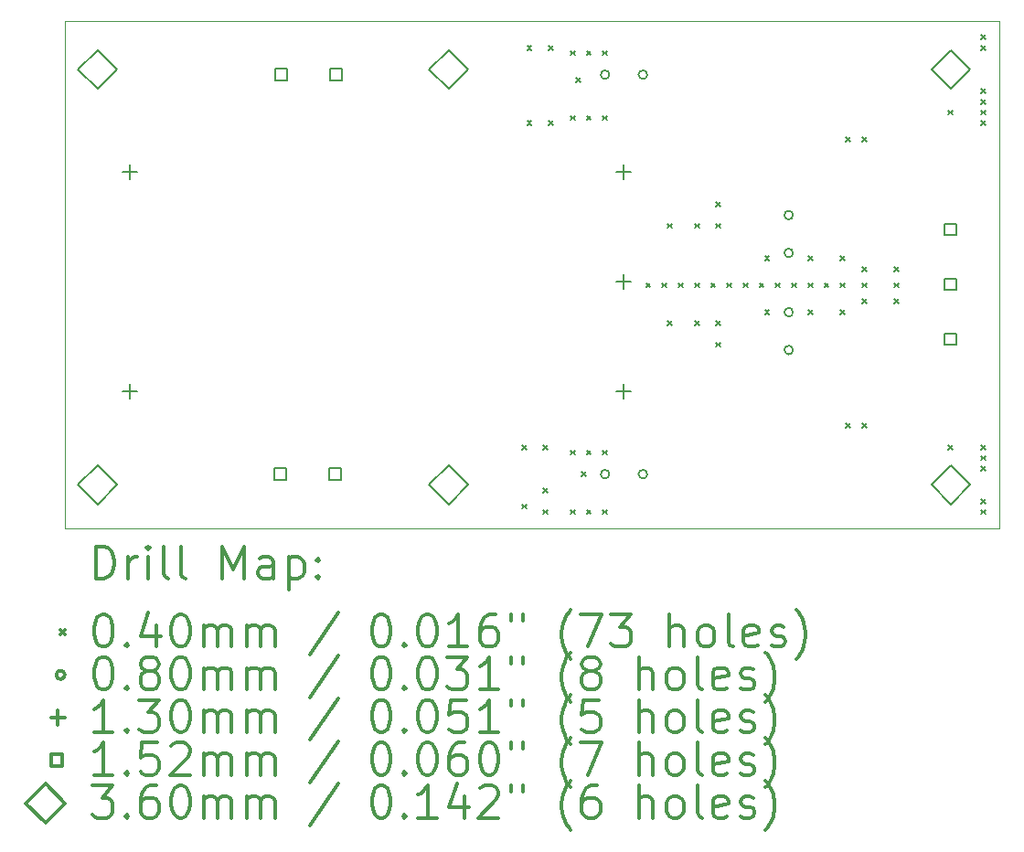
<source format=gbr>
%FSLAX45Y45*%
G04 Gerber Fmt 4.5, Leading zero omitted, Abs format (unit mm)*
G04 Created by KiCad (PCBNEW (5.1.4)-1) date 2021-06-03 13:44:48*
%MOMM*%
%LPD*%
G04 APERTURE LIST*
%ADD10C,0.050000*%
%ADD11C,0.200000*%
%ADD12C,0.300000*%
G04 APERTURE END LIST*
D10*
X12950000Y-11400000D02*
X4300000Y-11400000D01*
X12950000Y-6700000D02*
X12950000Y-11400000D01*
X4300000Y-6700000D02*
X4300000Y-11400000D01*
X12950000Y-6700000D02*
X4300000Y-6700000D01*
D11*
X8530000Y-10630000D02*
X8570000Y-10670000D01*
X8570000Y-10630000D02*
X8530000Y-10670000D01*
X8530000Y-11180000D02*
X8570000Y-11220000D01*
X8570000Y-11180000D02*
X8530000Y-11220000D01*
X8580000Y-6930000D02*
X8620000Y-6970000D01*
X8620000Y-6930000D02*
X8580000Y-6970000D01*
X8580000Y-7630000D02*
X8620000Y-7670000D01*
X8620000Y-7630000D02*
X8580000Y-7670000D01*
X8730000Y-10630000D02*
X8770000Y-10670000D01*
X8770000Y-10630000D02*
X8730000Y-10670000D01*
X8730000Y-11030000D02*
X8770000Y-11070000D01*
X8770000Y-11030000D02*
X8730000Y-11070000D01*
X8730000Y-11230000D02*
X8770000Y-11270000D01*
X8770000Y-11230000D02*
X8730000Y-11270000D01*
X8780000Y-6930000D02*
X8820000Y-6970000D01*
X8820000Y-6930000D02*
X8780000Y-6970000D01*
X8780000Y-7630000D02*
X8820000Y-7670000D01*
X8820000Y-7630000D02*
X8780000Y-7670000D01*
X8980000Y-6980000D02*
X9020000Y-7020000D01*
X9020000Y-6980000D02*
X8980000Y-7020000D01*
X8980000Y-7580000D02*
X9020000Y-7620000D01*
X9020000Y-7580000D02*
X8980000Y-7620000D01*
X8980000Y-10680000D02*
X9020000Y-10720000D01*
X9020000Y-10680000D02*
X8980000Y-10720000D01*
X8980000Y-11230000D02*
X9020000Y-11270000D01*
X9020000Y-11230000D02*
X8980000Y-11270000D01*
X9030000Y-7230000D02*
X9070000Y-7270000D01*
X9070000Y-7230000D02*
X9030000Y-7270000D01*
X9080000Y-10880000D02*
X9120000Y-10920000D01*
X9120000Y-10880000D02*
X9080000Y-10920000D01*
X9130000Y-6980000D02*
X9170000Y-7020000D01*
X9170000Y-6980000D02*
X9130000Y-7020000D01*
X9130000Y-7580000D02*
X9170000Y-7620000D01*
X9170000Y-7580000D02*
X9130000Y-7620000D01*
X9130000Y-10680000D02*
X9170000Y-10720000D01*
X9170000Y-10680000D02*
X9130000Y-10720000D01*
X9130000Y-11230000D02*
X9170000Y-11270000D01*
X9170000Y-11230000D02*
X9130000Y-11270000D01*
X9280000Y-6980000D02*
X9320000Y-7020000D01*
X9320000Y-6980000D02*
X9280000Y-7020000D01*
X9280000Y-7580000D02*
X9320000Y-7620000D01*
X9320000Y-7580000D02*
X9280000Y-7620000D01*
X9280000Y-10680000D02*
X9320000Y-10720000D01*
X9320000Y-10680000D02*
X9280000Y-10720000D01*
X9280000Y-11230000D02*
X9320000Y-11270000D01*
X9320000Y-11230000D02*
X9280000Y-11270000D01*
X9680000Y-9130000D02*
X9720000Y-9170000D01*
X9720000Y-9130000D02*
X9680000Y-9170000D01*
X9830000Y-9130000D02*
X9870000Y-9170000D01*
X9870000Y-9130000D02*
X9830000Y-9170000D01*
X9880000Y-8580000D02*
X9920000Y-8620000D01*
X9920000Y-8580000D02*
X9880000Y-8620000D01*
X9880000Y-9480000D02*
X9920000Y-9520000D01*
X9920000Y-9480000D02*
X9880000Y-9520000D01*
X9980000Y-9130000D02*
X10020000Y-9170000D01*
X10020000Y-9130000D02*
X9980000Y-9170000D01*
X10130000Y-8580000D02*
X10170000Y-8620000D01*
X10170000Y-8580000D02*
X10130000Y-8620000D01*
X10130000Y-9130000D02*
X10170000Y-9170000D01*
X10170000Y-9130000D02*
X10130000Y-9170000D01*
X10130000Y-9480000D02*
X10170000Y-9520000D01*
X10170000Y-9480000D02*
X10130000Y-9520000D01*
X10280000Y-9130000D02*
X10320000Y-9170000D01*
X10320000Y-9130000D02*
X10280000Y-9170000D01*
X10330000Y-8380000D02*
X10370000Y-8420000D01*
X10370000Y-8380000D02*
X10330000Y-8420000D01*
X10330000Y-8580000D02*
X10370000Y-8620000D01*
X10370000Y-8580000D02*
X10330000Y-8620000D01*
X10330000Y-9480000D02*
X10370000Y-9520000D01*
X10370000Y-9480000D02*
X10330000Y-9520000D01*
X10330000Y-9680000D02*
X10370000Y-9720000D01*
X10370000Y-9680000D02*
X10330000Y-9720000D01*
X10430000Y-9130000D02*
X10470000Y-9170000D01*
X10470000Y-9130000D02*
X10430000Y-9170000D01*
X10580000Y-9130000D02*
X10620000Y-9170000D01*
X10620000Y-9130000D02*
X10580000Y-9170000D01*
X10730000Y-9130000D02*
X10770000Y-9170000D01*
X10770000Y-9130000D02*
X10730000Y-9170000D01*
X10780000Y-8880000D02*
X10820000Y-8920000D01*
X10820000Y-8880000D02*
X10780000Y-8920000D01*
X10780000Y-9380000D02*
X10820000Y-9420000D01*
X10820000Y-9380000D02*
X10780000Y-9420000D01*
X10880000Y-9130000D02*
X10920000Y-9170000D01*
X10920000Y-9130000D02*
X10880000Y-9170000D01*
X11030000Y-9130000D02*
X11070000Y-9170000D01*
X11070000Y-9130000D02*
X11030000Y-9170000D01*
X11180000Y-8880000D02*
X11220000Y-8920000D01*
X11220000Y-8880000D02*
X11180000Y-8920000D01*
X11180000Y-9130000D02*
X11220000Y-9170000D01*
X11220000Y-9130000D02*
X11180000Y-9170000D01*
X11180000Y-9380000D02*
X11220000Y-9420000D01*
X11220000Y-9380000D02*
X11180000Y-9420000D01*
X11330000Y-9130000D02*
X11370000Y-9170000D01*
X11370000Y-9130000D02*
X11330000Y-9170000D01*
X11480000Y-8880000D02*
X11520000Y-8920000D01*
X11520000Y-8880000D02*
X11480000Y-8920000D01*
X11480000Y-9130000D02*
X11520000Y-9170000D01*
X11520000Y-9130000D02*
X11480000Y-9170000D01*
X11480000Y-9380000D02*
X11520000Y-9420000D01*
X11520000Y-9380000D02*
X11480000Y-9420000D01*
X11530000Y-7780000D02*
X11570000Y-7820000D01*
X11570000Y-7780000D02*
X11530000Y-7820000D01*
X11530000Y-10430000D02*
X11570000Y-10470000D01*
X11570000Y-10430000D02*
X11530000Y-10470000D01*
X11680000Y-7780000D02*
X11720000Y-7820000D01*
X11720000Y-7780000D02*
X11680000Y-7820000D01*
X11680000Y-8980000D02*
X11720000Y-9020000D01*
X11720000Y-8980000D02*
X11680000Y-9020000D01*
X11680000Y-9130000D02*
X11720000Y-9170000D01*
X11720000Y-9130000D02*
X11680000Y-9170000D01*
X11680000Y-9280000D02*
X11720000Y-9320000D01*
X11720000Y-9280000D02*
X11680000Y-9320000D01*
X11680000Y-10430000D02*
X11720000Y-10470000D01*
X11720000Y-10430000D02*
X11680000Y-10470000D01*
X11980000Y-8980000D02*
X12020000Y-9020000D01*
X12020000Y-8980000D02*
X11980000Y-9020000D01*
X11980000Y-9130000D02*
X12020000Y-9170000D01*
X12020000Y-9130000D02*
X11980000Y-9170000D01*
X11980000Y-9280000D02*
X12020000Y-9320000D01*
X12020000Y-9280000D02*
X11980000Y-9320000D01*
X12480000Y-7530000D02*
X12520000Y-7570000D01*
X12520000Y-7530000D02*
X12480000Y-7570000D01*
X12480000Y-10630000D02*
X12520000Y-10670000D01*
X12520000Y-10630000D02*
X12480000Y-10670000D01*
X12780000Y-6830000D02*
X12820000Y-6870000D01*
X12820000Y-6830000D02*
X12780000Y-6870000D01*
X12780000Y-6930000D02*
X12820000Y-6970000D01*
X12820000Y-6930000D02*
X12780000Y-6970000D01*
X12780000Y-7330000D02*
X12820000Y-7370000D01*
X12820000Y-7330000D02*
X12780000Y-7370000D01*
X12780000Y-7430000D02*
X12820000Y-7470000D01*
X12820000Y-7430000D02*
X12780000Y-7470000D01*
X12780000Y-7530000D02*
X12820000Y-7570000D01*
X12820000Y-7530000D02*
X12780000Y-7570000D01*
X12780000Y-7630000D02*
X12820000Y-7670000D01*
X12820000Y-7630000D02*
X12780000Y-7670000D01*
X12780000Y-10630000D02*
X12820000Y-10670000D01*
X12820000Y-10630000D02*
X12780000Y-10670000D01*
X12780000Y-10730000D02*
X12820000Y-10770000D01*
X12820000Y-10730000D02*
X12780000Y-10770000D01*
X12780000Y-10830000D02*
X12820000Y-10870000D01*
X12820000Y-10830000D02*
X12780000Y-10870000D01*
X12780000Y-11130000D02*
X12820000Y-11170000D01*
X12820000Y-11130000D02*
X12780000Y-11170000D01*
X12780000Y-11230000D02*
X12820000Y-11270000D01*
X12820000Y-11230000D02*
X12780000Y-11270000D01*
X11040000Y-9400000D02*
G75*
G03X11040000Y-9400000I-40000J0D01*
G01*
X11040000Y-9750000D02*
G75*
G03X11040000Y-9750000I-40000J0D01*
G01*
X9340000Y-7200000D02*
G75*
G03X9340000Y-7200000I-40000J0D01*
G01*
X9690000Y-7200000D02*
G75*
G03X9690000Y-7200000I-40000J0D01*
G01*
X9340000Y-10900000D02*
G75*
G03X9340000Y-10900000I-40000J0D01*
G01*
X9690000Y-10900000D02*
G75*
G03X9690000Y-10900000I-40000J0D01*
G01*
X11040000Y-8500000D02*
G75*
G03X11040000Y-8500000I-40000J0D01*
G01*
X11040000Y-8850000D02*
G75*
G03X11040000Y-8850000I-40000J0D01*
G01*
X4900000Y-8035000D02*
X4900000Y-8165000D01*
X4835000Y-8100000D02*
X4965000Y-8100000D01*
X4900000Y-10067000D02*
X4900000Y-10197000D01*
X4835000Y-10132000D02*
X4965000Y-10132000D01*
X9472000Y-8035000D02*
X9472000Y-8165000D01*
X9407000Y-8100000D02*
X9537000Y-8100000D01*
X9472000Y-9051000D02*
X9472000Y-9181000D01*
X9407000Y-9116000D02*
X9537000Y-9116000D01*
X9472000Y-10067000D02*
X9472000Y-10197000D01*
X9407000Y-10132000D02*
X9537000Y-10132000D01*
X6345741Y-10953741D02*
X6345741Y-10846259D01*
X6238259Y-10846259D01*
X6238259Y-10953741D01*
X6345741Y-10953741D01*
X6853741Y-10953741D02*
X6853741Y-10846259D01*
X6746259Y-10846259D01*
X6746259Y-10953741D01*
X6853741Y-10953741D01*
X12553741Y-8687741D02*
X12553741Y-8580259D01*
X12446259Y-8580259D01*
X12446259Y-8687741D01*
X12553741Y-8687741D01*
X12553741Y-9195741D02*
X12553741Y-9088259D01*
X12446259Y-9088259D01*
X12446259Y-9195741D01*
X12553741Y-9195741D01*
X12553741Y-9703741D02*
X12553741Y-9596259D01*
X12446259Y-9596259D01*
X12446259Y-9703741D01*
X12553741Y-9703741D01*
X6353741Y-7253741D02*
X6353741Y-7146259D01*
X6246259Y-7146259D01*
X6246259Y-7253741D01*
X6353741Y-7253741D01*
X6861741Y-7253741D02*
X6861741Y-7146259D01*
X6754259Y-7146259D01*
X6754259Y-7253741D01*
X6861741Y-7253741D01*
X4600000Y-7330000D02*
X4780000Y-7150000D01*
X4600000Y-6970000D01*
X4420000Y-7150000D01*
X4600000Y-7330000D01*
X4600000Y-11180000D02*
X4780000Y-11000000D01*
X4600000Y-10820000D01*
X4420000Y-11000000D01*
X4600000Y-11180000D01*
X7850000Y-7330000D02*
X8030000Y-7150000D01*
X7850000Y-6970000D01*
X7670000Y-7150000D01*
X7850000Y-7330000D01*
X7850000Y-11180000D02*
X8030000Y-11000000D01*
X7850000Y-10820000D01*
X7670000Y-11000000D01*
X7850000Y-11180000D01*
X12500000Y-7330000D02*
X12680000Y-7150000D01*
X12500000Y-6970000D01*
X12320000Y-7150000D01*
X12500000Y-7330000D01*
X12500000Y-11180000D02*
X12680000Y-11000000D01*
X12500000Y-10820000D01*
X12320000Y-11000000D01*
X12500000Y-11180000D01*
D12*
X4583928Y-11868214D02*
X4583928Y-11568214D01*
X4655357Y-11568214D01*
X4698214Y-11582500D01*
X4726786Y-11611071D01*
X4741071Y-11639643D01*
X4755357Y-11696786D01*
X4755357Y-11739643D01*
X4741071Y-11796786D01*
X4726786Y-11825357D01*
X4698214Y-11853929D01*
X4655357Y-11868214D01*
X4583928Y-11868214D01*
X4883928Y-11868214D02*
X4883928Y-11668214D01*
X4883928Y-11725357D02*
X4898214Y-11696786D01*
X4912500Y-11682500D01*
X4941071Y-11668214D01*
X4969643Y-11668214D01*
X5069643Y-11868214D02*
X5069643Y-11668214D01*
X5069643Y-11568214D02*
X5055357Y-11582500D01*
X5069643Y-11596786D01*
X5083928Y-11582500D01*
X5069643Y-11568214D01*
X5069643Y-11596786D01*
X5255357Y-11868214D02*
X5226786Y-11853929D01*
X5212500Y-11825357D01*
X5212500Y-11568214D01*
X5412500Y-11868214D02*
X5383928Y-11853929D01*
X5369643Y-11825357D01*
X5369643Y-11568214D01*
X5755357Y-11868214D02*
X5755357Y-11568214D01*
X5855357Y-11782500D01*
X5955357Y-11568214D01*
X5955357Y-11868214D01*
X6226786Y-11868214D02*
X6226786Y-11711071D01*
X6212500Y-11682500D01*
X6183928Y-11668214D01*
X6126786Y-11668214D01*
X6098214Y-11682500D01*
X6226786Y-11853929D02*
X6198214Y-11868214D01*
X6126786Y-11868214D01*
X6098214Y-11853929D01*
X6083928Y-11825357D01*
X6083928Y-11796786D01*
X6098214Y-11768214D01*
X6126786Y-11753929D01*
X6198214Y-11753929D01*
X6226786Y-11739643D01*
X6369643Y-11668214D02*
X6369643Y-11968214D01*
X6369643Y-11682500D02*
X6398214Y-11668214D01*
X6455357Y-11668214D01*
X6483928Y-11682500D01*
X6498214Y-11696786D01*
X6512500Y-11725357D01*
X6512500Y-11811071D01*
X6498214Y-11839643D01*
X6483928Y-11853929D01*
X6455357Y-11868214D01*
X6398214Y-11868214D01*
X6369643Y-11853929D01*
X6641071Y-11839643D02*
X6655357Y-11853929D01*
X6641071Y-11868214D01*
X6626786Y-11853929D01*
X6641071Y-11839643D01*
X6641071Y-11868214D01*
X6641071Y-11682500D02*
X6655357Y-11696786D01*
X6641071Y-11711071D01*
X6626786Y-11696786D01*
X6641071Y-11682500D01*
X6641071Y-11711071D01*
X4257500Y-12342500D02*
X4297500Y-12382500D01*
X4297500Y-12342500D02*
X4257500Y-12382500D01*
X4641071Y-12198214D02*
X4669643Y-12198214D01*
X4698214Y-12212500D01*
X4712500Y-12226786D01*
X4726786Y-12255357D01*
X4741071Y-12312500D01*
X4741071Y-12383929D01*
X4726786Y-12441071D01*
X4712500Y-12469643D01*
X4698214Y-12483929D01*
X4669643Y-12498214D01*
X4641071Y-12498214D01*
X4612500Y-12483929D01*
X4598214Y-12469643D01*
X4583928Y-12441071D01*
X4569643Y-12383929D01*
X4569643Y-12312500D01*
X4583928Y-12255357D01*
X4598214Y-12226786D01*
X4612500Y-12212500D01*
X4641071Y-12198214D01*
X4869643Y-12469643D02*
X4883928Y-12483929D01*
X4869643Y-12498214D01*
X4855357Y-12483929D01*
X4869643Y-12469643D01*
X4869643Y-12498214D01*
X5141071Y-12298214D02*
X5141071Y-12498214D01*
X5069643Y-12183929D02*
X4998214Y-12398214D01*
X5183928Y-12398214D01*
X5355357Y-12198214D02*
X5383928Y-12198214D01*
X5412500Y-12212500D01*
X5426786Y-12226786D01*
X5441071Y-12255357D01*
X5455357Y-12312500D01*
X5455357Y-12383929D01*
X5441071Y-12441071D01*
X5426786Y-12469643D01*
X5412500Y-12483929D01*
X5383928Y-12498214D01*
X5355357Y-12498214D01*
X5326786Y-12483929D01*
X5312500Y-12469643D01*
X5298214Y-12441071D01*
X5283928Y-12383929D01*
X5283928Y-12312500D01*
X5298214Y-12255357D01*
X5312500Y-12226786D01*
X5326786Y-12212500D01*
X5355357Y-12198214D01*
X5583928Y-12498214D02*
X5583928Y-12298214D01*
X5583928Y-12326786D02*
X5598214Y-12312500D01*
X5626786Y-12298214D01*
X5669643Y-12298214D01*
X5698214Y-12312500D01*
X5712500Y-12341071D01*
X5712500Y-12498214D01*
X5712500Y-12341071D02*
X5726786Y-12312500D01*
X5755357Y-12298214D01*
X5798214Y-12298214D01*
X5826786Y-12312500D01*
X5841071Y-12341071D01*
X5841071Y-12498214D01*
X5983928Y-12498214D02*
X5983928Y-12298214D01*
X5983928Y-12326786D02*
X5998214Y-12312500D01*
X6026786Y-12298214D01*
X6069643Y-12298214D01*
X6098214Y-12312500D01*
X6112500Y-12341071D01*
X6112500Y-12498214D01*
X6112500Y-12341071D02*
X6126786Y-12312500D01*
X6155357Y-12298214D01*
X6198214Y-12298214D01*
X6226786Y-12312500D01*
X6241071Y-12341071D01*
X6241071Y-12498214D01*
X6826786Y-12183929D02*
X6569643Y-12569643D01*
X7212500Y-12198214D02*
X7241071Y-12198214D01*
X7269643Y-12212500D01*
X7283928Y-12226786D01*
X7298214Y-12255357D01*
X7312500Y-12312500D01*
X7312500Y-12383929D01*
X7298214Y-12441071D01*
X7283928Y-12469643D01*
X7269643Y-12483929D01*
X7241071Y-12498214D01*
X7212500Y-12498214D01*
X7183928Y-12483929D01*
X7169643Y-12469643D01*
X7155357Y-12441071D01*
X7141071Y-12383929D01*
X7141071Y-12312500D01*
X7155357Y-12255357D01*
X7169643Y-12226786D01*
X7183928Y-12212500D01*
X7212500Y-12198214D01*
X7441071Y-12469643D02*
X7455357Y-12483929D01*
X7441071Y-12498214D01*
X7426786Y-12483929D01*
X7441071Y-12469643D01*
X7441071Y-12498214D01*
X7641071Y-12198214D02*
X7669643Y-12198214D01*
X7698214Y-12212500D01*
X7712500Y-12226786D01*
X7726786Y-12255357D01*
X7741071Y-12312500D01*
X7741071Y-12383929D01*
X7726786Y-12441071D01*
X7712500Y-12469643D01*
X7698214Y-12483929D01*
X7669643Y-12498214D01*
X7641071Y-12498214D01*
X7612500Y-12483929D01*
X7598214Y-12469643D01*
X7583928Y-12441071D01*
X7569643Y-12383929D01*
X7569643Y-12312500D01*
X7583928Y-12255357D01*
X7598214Y-12226786D01*
X7612500Y-12212500D01*
X7641071Y-12198214D01*
X8026786Y-12498214D02*
X7855357Y-12498214D01*
X7941071Y-12498214D02*
X7941071Y-12198214D01*
X7912500Y-12241071D01*
X7883928Y-12269643D01*
X7855357Y-12283929D01*
X8283928Y-12198214D02*
X8226786Y-12198214D01*
X8198214Y-12212500D01*
X8183928Y-12226786D01*
X8155357Y-12269643D01*
X8141071Y-12326786D01*
X8141071Y-12441071D01*
X8155357Y-12469643D01*
X8169643Y-12483929D01*
X8198214Y-12498214D01*
X8255357Y-12498214D01*
X8283928Y-12483929D01*
X8298214Y-12469643D01*
X8312500Y-12441071D01*
X8312500Y-12369643D01*
X8298214Y-12341071D01*
X8283928Y-12326786D01*
X8255357Y-12312500D01*
X8198214Y-12312500D01*
X8169643Y-12326786D01*
X8155357Y-12341071D01*
X8141071Y-12369643D01*
X8426786Y-12198214D02*
X8426786Y-12255357D01*
X8541071Y-12198214D02*
X8541071Y-12255357D01*
X8983928Y-12612500D02*
X8969643Y-12598214D01*
X8941071Y-12555357D01*
X8926786Y-12526786D01*
X8912500Y-12483929D01*
X8898214Y-12412500D01*
X8898214Y-12355357D01*
X8912500Y-12283929D01*
X8926786Y-12241071D01*
X8941071Y-12212500D01*
X8969643Y-12169643D01*
X8983928Y-12155357D01*
X9069643Y-12198214D02*
X9269643Y-12198214D01*
X9141071Y-12498214D01*
X9355357Y-12198214D02*
X9541071Y-12198214D01*
X9441071Y-12312500D01*
X9483928Y-12312500D01*
X9512500Y-12326786D01*
X9526786Y-12341071D01*
X9541071Y-12369643D01*
X9541071Y-12441071D01*
X9526786Y-12469643D01*
X9512500Y-12483929D01*
X9483928Y-12498214D01*
X9398214Y-12498214D01*
X9369643Y-12483929D01*
X9355357Y-12469643D01*
X9898214Y-12498214D02*
X9898214Y-12198214D01*
X10026786Y-12498214D02*
X10026786Y-12341071D01*
X10012500Y-12312500D01*
X9983928Y-12298214D01*
X9941071Y-12298214D01*
X9912500Y-12312500D01*
X9898214Y-12326786D01*
X10212500Y-12498214D02*
X10183928Y-12483929D01*
X10169643Y-12469643D01*
X10155357Y-12441071D01*
X10155357Y-12355357D01*
X10169643Y-12326786D01*
X10183928Y-12312500D01*
X10212500Y-12298214D01*
X10255357Y-12298214D01*
X10283928Y-12312500D01*
X10298214Y-12326786D01*
X10312500Y-12355357D01*
X10312500Y-12441071D01*
X10298214Y-12469643D01*
X10283928Y-12483929D01*
X10255357Y-12498214D01*
X10212500Y-12498214D01*
X10483928Y-12498214D02*
X10455357Y-12483929D01*
X10441071Y-12455357D01*
X10441071Y-12198214D01*
X10712500Y-12483929D02*
X10683928Y-12498214D01*
X10626786Y-12498214D01*
X10598214Y-12483929D01*
X10583928Y-12455357D01*
X10583928Y-12341071D01*
X10598214Y-12312500D01*
X10626786Y-12298214D01*
X10683928Y-12298214D01*
X10712500Y-12312500D01*
X10726786Y-12341071D01*
X10726786Y-12369643D01*
X10583928Y-12398214D01*
X10841071Y-12483929D02*
X10869643Y-12498214D01*
X10926786Y-12498214D01*
X10955357Y-12483929D01*
X10969643Y-12455357D01*
X10969643Y-12441071D01*
X10955357Y-12412500D01*
X10926786Y-12398214D01*
X10883928Y-12398214D01*
X10855357Y-12383929D01*
X10841071Y-12355357D01*
X10841071Y-12341071D01*
X10855357Y-12312500D01*
X10883928Y-12298214D01*
X10926786Y-12298214D01*
X10955357Y-12312500D01*
X11069643Y-12612500D02*
X11083928Y-12598214D01*
X11112500Y-12555357D01*
X11126786Y-12526786D01*
X11141071Y-12483929D01*
X11155357Y-12412500D01*
X11155357Y-12355357D01*
X11141071Y-12283929D01*
X11126786Y-12241071D01*
X11112500Y-12212500D01*
X11083928Y-12169643D01*
X11069643Y-12155357D01*
X4297500Y-12758500D02*
G75*
G03X4297500Y-12758500I-40000J0D01*
G01*
X4641071Y-12594214D02*
X4669643Y-12594214D01*
X4698214Y-12608500D01*
X4712500Y-12622786D01*
X4726786Y-12651357D01*
X4741071Y-12708500D01*
X4741071Y-12779929D01*
X4726786Y-12837071D01*
X4712500Y-12865643D01*
X4698214Y-12879929D01*
X4669643Y-12894214D01*
X4641071Y-12894214D01*
X4612500Y-12879929D01*
X4598214Y-12865643D01*
X4583928Y-12837071D01*
X4569643Y-12779929D01*
X4569643Y-12708500D01*
X4583928Y-12651357D01*
X4598214Y-12622786D01*
X4612500Y-12608500D01*
X4641071Y-12594214D01*
X4869643Y-12865643D02*
X4883928Y-12879929D01*
X4869643Y-12894214D01*
X4855357Y-12879929D01*
X4869643Y-12865643D01*
X4869643Y-12894214D01*
X5055357Y-12722786D02*
X5026786Y-12708500D01*
X5012500Y-12694214D01*
X4998214Y-12665643D01*
X4998214Y-12651357D01*
X5012500Y-12622786D01*
X5026786Y-12608500D01*
X5055357Y-12594214D01*
X5112500Y-12594214D01*
X5141071Y-12608500D01*
X5155357Y-12622786D01*
X5169643Y-12651357D01*
X5169643Y-12665643D01*
X5155357Y-12694214D01*
X5141071Y-12708500D01*
X5112500Y-12722786D01*
X5055357Y-12722786D01*
X5026786Y-12737071D01*
X5012500Y-12751357D01*
X4998214Y-12779929D01*
X4998214Y-12837071D01*
X5012500Y-12865643D01*
X5026786Y-12879929D01*
X5055357Y-12894214D01*
X5112500Y-12894214D01*
X5141071Y-12879929D01*
X5155357Y-12865643D01*
X5169643Y-12837071D01*
X5169643Y-12779929D01*
X5155357Y-12751357D01*
X5141071Y-12737071D01*
X5112500Y-12722786D01*
X5355357Y-12594214D02*
X5383928Y-12594214D01*
X5412500Y-12608500D01*
X5426786Y-12622786D01*
X5441071Y-12651357D01*
X5455357Y-12708500D01*
X5455357Y-12779929D01*
X5441071Y-12837071D01*
X5426786Y-12865643D01*
X5412500Y-12879929D01*
X5383928Y-12894214D01*
X5355357Y-12894214D01*
X5326786Y-12879929D01*
X5312500Y-12865643D01*
X5298214Y-12837071D01*
X5283928Y-12779929D01*
X5283928Y-12708500D01*
X5298214Y-12651357D01*
X5312500Y-12622786D01*
X5326786Y-12608500D01*
X5355357Y-12594214D01*
X5583928Y-12894214D02*
X5583928Y-12694214D01*
X5583928Y-12722786D02*
X5598214Y-12708500D01*
X5626786Y-12694214D01*
X5669643Y-12694214D01*
X5698214Y-12708500D01*
X5712500Y-12737071D01*
X5712500Y-12894214D01*
X5712500Y-12737071D02*
X5726786Y-12708500D01*
X5755357Y-12694214D01*
X5798214Y-12694214D01*
X5826786Y-12708500D01*
X5841071Y-12737071D01*
X5841071Y-12894214D01*
X5983928Y-12894214D02*
X5983928Y-12694214D01*
X5983928Y-12722786D02*
X5998214Y-12708500D01*
X6026786Y-12694214D01*
X6069643Y-12694214D01*
X6098214Y-12708500D01*
X6112500Y-12737071D01*
X6112500Y-12894214D01*
X6112500Y-12737071D02*
X6126786Y-12708500D01*
X6155357Y-12694214D01*
X6198214Y-12694214D01*
X6226786Y-12708500D01*
X6241071Y-12737071D01*
X6241071Y-12894214D01*
X6826786Y-12579929D02*
X6569643Y-12965643D01*
X7212500Y-12594214D02*
X7241071Y-12594214D01*
X7269643Y-12608500D01*
X7283928Y-12622786D01*
X7298214Y-12651357D01*
X7312500Y-12708500D01*
X7312500Y-12779929D01*
X7298214Y-12837071D01*
X7283928Y-12865643D01*
X7269643Y-12879929D01*
X7241071Y-12894214D01*
X7212500Y-12894214D01*
X7183928Y-12879929D01*
X7169643Y-12865643D01*
X7155357Y-12837071D01*
X7141071Y-12779929D01*
X7141071Y-12708500D01*
X7155357Y-12651357D01*
X7169643Y-12622786D01*
X7183928Y-12608500D01*
X7212500Y-12594214D01*
X7441071Y-12865643D02*
X7455357Y-12879929D01*
X7441071Y-12894214D01*
X7426786Y-12879929D01*
X7441071Y-12865643D01*
X7441071Y-12894214D01*
X7641071Y-12594214D02*
X7669643Y-12594214D01*
X7698214Y-12608500D01*
X7712500Y-12622786D01*
X7726786Y-12651357D01*
X7741071Y-12708500D01*
X7741071Y-12779929D01*
X7726786Y-12837071D01*
X7712500Y-12865643D01*
X7698214Y-12879929D01*
X7669643Y-12894214D01*
X7641071Y-12894214D01*
X7612500Y-12879929D01*
X7598214Y-12865643D01*
X7583928Y-12837071D01*
X7569643Y-12779929D01*
X7569643Y-12708500D01*
X7583928Y-12651357D01*
X7598214Y-12622786D01*
X7612500Y-12608500D01*
X7641071Y-12594214D01*
X7841071Y-12594214D02*
X8026786Y-12594214D01*
X7926786Y-12708500D01*
X7969643Y-12708500D01*
X7998214Y-12722786D01*
X8012500Y-12737071D01*
X8026786Y-12765643D01*
X8026786Y-12837071D01*
X8012500Y-12865643D01*
X7998214Y-12879929D01*
X7969643Y-12894214D01*
X7883928Y-12894214D01*
X7855357Y-12879929D01*
X7841071Y-12865643D01*
X8312500Y-12894214D02*
X8141071Y-12894214D01*
X8226786Y-12894214D02*
X8226786Y-12594214D01*
X8198214Y-12637071D01*
X8169643Y-12665643D01*
X8141071Y-12679929D01*
X8426786Y-12594214D02*
X8426786Y-12651357D01*
X8541071Y-12594214D02*
X8541071Y-12651357D01*
X8983928Y-13008500D02*
X8969643Y-12994214D01*
X8941071Y-12951357D01*
X8926786Y-12922786D01*
X8912500Y-12879929D01*
X8898214Y-12808500D01*
X8898214Y-12751357D01*
X8912500Y-12679929D01*
X8926786Y-12637071D01*
X8941071Y-12608500D01*
X8969643Y-12565643D01*
X8983928Y-12551357D01*
X9141071Y-12722786D02*
X9112500Y-12708500D01*
X9098214Y-12694214D01*
X9083928Y-12665643D01*
X9083928Y-12651357D01*
X9098214Y-12622786D01*
X9112500Y-12608500D01*
X9141071Y-12594214D01*
X9198214Y-12594214D01*
X9226786Y-12608500D01*
X9241071Y-12622786D01*
X9255357Y-12651357D01*
X9255357Y-12665643D01*
X9241071Y-12694214D01*
X9226786Y-12708500D01*
X9198214Y-12722786D01*
X9141071Y-12722786D01*
X9112500Y-12737071D01*
X9098214Y-12751357D01*
X9083928Y-12779929D01*
X9083928Y-12837071D01*
X9098214Y-12865643D01*
X9112500Y-12879929D01*
X9141071Y-12894214D01*
X9198214Y-12894214D01*
X9226786Y-12879929D01*
X9241071Y-12865643D01*
X9255357Y-12837071D01*
X9255357Y-12779929D01*
X9241071Y-12751357D01*
X9226786Y-12737071D01*
X9198214Y-12722786D01*
X9612500Y-12894214D02*
X9612500Y-12594214D01*
X9741071Y-12894214D02*
X9741071Y-12737071D01*
X9726786Y-12708500D01*
X9698214Y-12694214D01*
X9655357Y-12694214D01*
X9626786Y-12708500D01*
X9612500Y-12722786D01*
X9926786Y-12894214D02*
X9898214Y-12879929D01*
X9883928Y-12865643D01*
X9869643Y-12837071D01*
X9869643Y-12751357D01*
X9883928Y-12722786D01*
X9898214Y-12708500D01*
X9926786Y-12694214D01*
X9969643Y-12694214D01*
X9998214Y-12708500D01*
X10012500Y-12722786D01*
X10026786Y-12751357D01*
X10026786Y-12837071D01*
X10012500Y-12865643D01*
X9998214Y-12879929D01*
X9969643Y-12894214D01*
X9926786Y-12894214D01*
X10198214Y-12894214D02*
X10169643Y-12879929D01*
X10155357Y-12851357D01*
X10155357Y-12594214D01*
X10426786Y-12879929D02*
X10398214Y-12894214D01*
X10341071Y-12894214D01*
X10312500Y-12879929D01*
X10298214Y-12851357D01*
X10298214Y-12737071D01*
X10312500Y-12708500D01*
X10341071Y-12694214D01*
X10398214Y-12694214D01*
X10426786Y-12708500D01*
X10441071Y-12737071D01*
X10441071Y-12765643D01*
X10298214Y-12794214D01*
X10555357Y-12879929D02*
X10583928Y-12894214D01*
X10641071Y-12894214D01*
X10669643Y-12879929D01*
X10683928Y-12851357D01*
X10683928Y-12837071D01*
X10669643Y-12808500D01*
X10641071Y-12794214D01*
X10598214Y-12794214D01*
X10569643Y-12779929D01*
X10555357Y-12751357D01*
X10555357Y-12737071D01*
X10569643Y-12708500D01*
X10598214Y-12694214D01*
X10641071Y-12694214D01*
X10669643Y-12708500D01*
X10783928Y-13008500D02*
X10798214Y-12994214D01*
X10826786Y-12951357D01*
X10841071Y-12922786D01*
X10855357Y-12879929D01*
X10869643Y-12808500D01*
X10869643Y-12751357D01*
X10855357Y-12679929D01*
X10841071Y-12637071D01*
X10826786Y-12608500D01*
X10798214Y-12565643D01*
X10783928Y-12551357D01*
X4232500Y-13089500D02*
X4232500Y-13219500D01*
X4167500Y-13154500D02*
X4297500Y-13154500D01*
X4741071Y-13290214D02*
X4569643Y-13290214D01*
X4655357Y-13290214D02*
X4655357Y-12990214D01*
X4626786Y-13033071D01*
X4598214Y-13061643D01*
X4569643Y-13075929D01*
X4869643Y-13261643D02*
X4883928Y-13275929D01*
X4869643Y-13290214D01*
X4855357Y-13275929D01*
X4869643Y-13261643D01*
X4869643Y-13290214D01*
X4983928Y-12990214D02*
X5169643Y-12990214D01*
X5069643Y-13104500D01*
X5112500Y-13104500D01*
X5141071Y-13118786D01*
X5155357Y-13133071D01*
X5169643Y-13161643D01*
X5169643Y-13233071D01*
X5155357Y-13261643D01*
X5141071Y-13275929D01*
X5112500Y-13290214D01*
X5026786Y-13290214D01*
X4998214Y-13275929D01*
X4983928Y-13261643D01*
X5355357Y-12990214D02*
X5383928Y-12990214D01*
X5412500Y-13004500D01*
X5426786Y-13018786D01*
X5441071Y-13047357D01*
X5455357Y-13104500D01*
X5455357Y-13175929D01*
X5441071Y-13233071D01*
X5426786Y-13261643D01*
X5412500Y-13275929D01*
X5383928Y-13290214D01*
X5355357Y-13290214D01*
X5326786Y-13275929D01*
X5312500Y-13261643D01*
X5298214Y-13233071D01*
X5283928Y-13175929D01*
X5283928Y-13104500D01*
X5298214Y-13047357D01*
X5312500Y-13018786D01*
X5326786Y-13004500D01*
X5355357Y-12990214D01*
X5583928Y-13290214D02*
X5583928Y-13090214D01*
X5583928Y-13118786D02*
X5598214Y-13104500D01*
X5626786Y-13090214D01*
X5669643Y-13090214D01*
X5698214Y-13104500D01*
X5712500Y-13133071D01*
X5712500Y-13290214D01*
X5712500Y-13133071D02*
X5726786Y-13104500D01*
X5755357Y-13090214D01*
X5798214Y-13090214D01*
X5826786Y-13104500D01*
X5841071Y-13133071D01*
X5841071Y-13290214D01*
X5983928Y-13290214D02*
X5983928Y-13090214D01*
X5983928Y-13118786D02*
X5998214Y-13104500D01*
X6026786Y-13090214D01*
X6069643Y-13090214D01*
X6098214Y-13104500D01*
X6112500Y-13133071D01*
X6112500Y-13290214D01*
X6112500Y-13133071D02*
X6126786Y-13104500D01*
X6155357Y-13090214D01*
X6198214Y-13090214D01*
X6226786Y-13104500D01*
X6241071Y-13133071D01*
X6241071Y-13290214D01*
X6826786Y-12975929D02*
X6569643Y-13361643D01*
X7212500Y-12990214D02*
X7241071Y-12990214D01*
X7269643Y-13004500D01*
X7283928Y-13018786D01*
X7298214Y-13047357D01*
X7312500Y-13104500D01*
X7312500Y-13175929D01*
X7298214Y-13233071D01*
X7283928Y-13261643D01*
X7269643Y-13275929D01*
X7241071Y-13290214D01*
X7212500Y-13290214D01*
X7183928Y-13275929D01*
X7169643Y-13261643D01*
X7155357Y-13233071D01*
X7141071Y-13175929D01*
X7141071Y-13104500D01*
X7155357Y-13047357D01*
X7169643Y-13018786D01*
X7183928Y-13004500D01*
X7212500Y-12990214D01*
X7441071Y-13261643D02*
X7455357Y-13275929D01*
X7441071Y-13290214D01*
X7426786Y-13275929D01*
X7441071Y-13261643D01*
X7441071Y-13290214D01*
X7641071Y-12990214D02*
X7669643Y-12990214D01*
X7698214Y-13004500D01*
X7712500Y-13018786D01*
X7726786Y-13047357D01*
X7741071Y-13104500D01*
X7741071Y-13175929D01*
X7726786Y-13233071D01*
X7712500Y-13261643D01*
X7698214Y-13275929D01*
X7669643Y-13290214D01*
X7641071Y-13290214D01*
X7612500Y-13275929D01*
X7598214Y-13261643D01*
X7583928Y-13233071D01*
X7569643Y-13175929D01*
X7569643Y-13104500D01*
X7583928Y-13047357D01*
X7598214Y-13018786D01*
X7612500Y-13004500D01*
X7641071Y-12990214D01*
X8012500Y-12990214D02*
X7869643Y-12990214D01*
X7855357Y-13133071D01*
X7869643Y-13118786D01*
X7898214Y-13104500D01*
X7969643Y-13104500D01*
X7998214Y-13118786D01*
X8012500Y-13133071D01*
X8026786Y-13161643D01*
X8026786Y-13233071D01*
X8012500Y-13261643D01*
X7998214Y-13275929D01*
X7969643Y-13290214D01*
X7898214Y-13290214D01*
X7869643Y-13275929D01*
X7855357Y-13261643D01*
X8312500Y-13290214D02*
X8141071Y-13290214D01*
X8226786Y-13290214D02*
X8226786Y-12990214D01*
X8198214Y-13033071D01*
X8169643Y-13061643D01*
X8141071Y-13075929D01*
X8426786Y-12990214D02*
X8426786Y-13047357D01*
X8541071Y-12990214D02*
X8541071Y-13047357D01*
X8983928Y-13404500D02*
X8969643Y-13390214D01*
X8941071Y-13347357D01*
X8926786Y-13318786D01*
X8912500Y-13275929D01*
X8898214Y-13204500D01*
X8898214Y-13147357D01*
X8912500Y-13075929D01*
X8926786Y-13033071D01*
X8941071Y-13004500D01*
X8969643Y-12961643D01*
X8983928Y-12947357D01*
X9241071Y-12990214D02*
X9098214Y-12990214D01*
X9083928Y-13133071D01*
X9098214Y-13118786D01*
X9126786Y-13104500D01*
X9198214Y-13104500D01*
X9226786Y-13118786D01*
X9241071Y-13133071D01*
X9255357Y-13161643D01*
X9255357Y-13233071D01*
X9241071Y-13261643D01*
X9226786Y-13275929D01*
X9198214Y-13290214D01*
X9126786Y-13290214D01*
X9098214Y-13275929D01*
X9083928Y-13261643D01*
X9612500Y-13290214D02*
X9612500Y-12990214D01*
X9741071Y-13290214D02*
X9741071Y-13133071D01*
X9726786Y-13104500D01*
X9698214Y-13090214D01*
X9655357Y-13090214D01*
X9626786Y-13104500D01*
X9612500Y-13118786D01*
X9926786Y-13290214D02*
X9898214Y-13275929D01*
X9883928Y-13261643D01*
X9869643Y-13233071D01*
X9869643Y-13147357D01*
X9883928Y-13118786D01*
X9898214Y-13104500D01*
X9926786Y-13090214D01*
X9969643Y-13090214D01*
X9998214Y-13104500D01*
X10012500Y-13118786D01*
X10026786Y-13147357D01*
X10026786Y-13233071D01*
X10012500Y-13261643D01*
X9998214Y-13275929D01*
X9969643Y-13290214D01*
X9926786Y-13290214D01*
X10198214Y-13290214D02*
X10169643Y-13275929D01*
X10155357Y-13247357D01*
X10155357Y-12990214D01*
X10426786Y-13275929D02*
X10398214Y-13290214D01*
X10341071Y-13290214D01*
X10312500Y-13275929D01*
X10298214Y-13247357D01*
X10298214Y-13133071D01*
X10312500Y-13104500D01*
X10341071Y-13090214D01*
X10398214Y-13090214D01*
X10426786Y-13104500D01*
X10441071Y-13133071D01*
X10441071Y-13161643D01*
X10298214Y-13190214D01*
X10555357Y-13275929D02*
X10583928Y-13290214D01*
X10641071Y-13290214D01*
X10669643Y-13275929D01*
X10683928Y-13247357D01*
X10683928Y-13233071D01*
X10669643Y-13204500D01*
X10641071Y-13190214D01*
X10598214Y-13190214D01*
X10569643Y-13175929D01*
X10555357Y-13147357D01*
X10555357Y-13133071D01*
X10569643Y-13104500D01*
X10598214Y-13090214D01*
X10641071Y-13090214D01*
X10669643Y-13104500D01*
X10783928Y-13404500D02*
X10798214Y-13390214D01*
X10826786Y-13347357D01*
X10841071Y-13318786D01*
X10855357Y-13275929D01*
X10869643Y-13204500D01*
X10869643Y-13147357D01*
X10855357Y-13075929D01*
X10841071Y-13033071D01*
X10826786Y-13004500D01*
X10798214Y-12961643D01*
X10783928Y-12947357D01*
X4275241Y-13604241D02*
X4275241Y-13496759D01*
X4167759Y-13496759D01*
X4167759Y-13604241D01*
X4275241Y-13604241D01*
X4741071Y-13686214D02*
X4569643Y-13686214D01*
X4655357Y-13686214D02*
X4655357Y-13386214D01*
X4626786Y-13429071D01*
X4598214Y-13457643D01*
X4569643Y-13471929D01*
X4869643Y-13657643D02*
X4883928Y-13671929D01*
X4869643Y-13686214D01*
X4855357Y-13671929D01*
X4869643Y-13657643D01*
X4869643Y-13686214D01*
X5155357Y-13386214D02*
X5012500Y-13386214D01*
X4998214Y-13529071D01*
X5012500Y-13514786D01*
X5041071Y-13500500D01*
X5112500Y-13500500D01*
X5141071Y-13514786D01*
X5155357Y-13529071D01*
X5169643Y-13557643D01*
X5169643Y-13629071D01*
X5155357Y-13657643D01*
X5141071Y-13671929D01*
X5112500Y-13686214D01*
X5041071Y-13686214D01*
X5012500Y-13671929D01*
X4998214Y-13657643D01*
X5283928Y-13414786D02*
X5298214Y-13400500D01*
X5326786Y-13386214D01*
X5398214Y-13386214D01*
X5426786Y-13400500D01*
X5441071Y-13414786D01*
X5455357Y-13443357D01*
X5455357Y-13471929D01*
X5441071Y-13514786D01*
X5269643Y-13686214D01*
X5455357Y-13686214D01*
X5583928Y-13686214D02*
X5583928Y-13486214D01*
X5583928Y-13514786D02*
X5598214Y-13500500D01*
X5626786Y-13486214D01*
X5669643Y-13486214D01*
X5698214Y-13500500D01*
X5712500Y-13529071D01*
X5712500Y-13686214D01*
X5712500Y-13529071D02*
X5726786Y-13500500D01*
X5755357Y-13486214D01*
X5798214Y-13486214D01*
X5826786Y-13500500D01*
X5841071Y-13529071D01*
X5841071Y-13686214D01*
X5983928Y-13686214D02*
X5983928Y-13486214D01*
X5983928Y-13514786D02*
X5998214Y-13500500D01*
X6026786Y-13486214D01*
X6069643Y-13486214D01*
X6098214Y-13500500D01*
X6112500Y-13529071D01*
X6112500Y-13686214D01*
X6112500Y-13529071D02*
X6126786Y-13500500D01*
X6155357Y-13486214D01*
X6198214Y-13486214D01*
X6226786Y-13500500D01*
X6241071Y-13529071D01*
X6241071Y-13686214D01*
X6826786Y-13371929D02*
X6569643Y-13757643D01*
X7212500Y-13386214D02*
X7241071Y-13386214D01*
X7269643Y-13400500D01*
X7283928Y-13414786D01*
X7298214Y-13443357D01*
X7312500Y-13500500D01*
X7312500Y-13571929D01*
X7298214Y-13629071D01*
X7283928Y-13657643D01*
X7269643Y-13671929D01*
X7241071Y-13686214D01*
X7212500Y-13686214D01*
X7183928Y-13671929D01*
X7169643Y-13657643D01*
X7155357Y-13629071D01*
X7141071Y-13571929D01*
X7141071Y-13500500D01*
X7155357Y-13443357D01*
X7169643Y-13414786D01*
X7183928Y-13400500D01*
X7212500Y-13386214D01*
X7441071Y-13657643D02*
X7455357Y-13671929D01*
X7441071Y-13686214D01*
X7426786Y-13671929D01*
X7441071Y-13657643D01*
X7441071Y-13686214D01*
X7641071Y-13386214D02*
X7669643Y-13386214D01*
X7698214Y-13400500D01*
X7712500Y-13414786D01*
X7726786Y-13443357D01*
X7741071Y-13500500D01*
X7741071Y-13571929D01*
X7726786Y-13629071D01*
X7712500Y-13657643D01*
X7698214Y-13671929D01*
X7669643Y-13686214D01*
X7641071Y-13686214D01*
X7612500Y-13671929D01*
X7598214Y-13657643D01*
X7583928Y-13629071D01*
X7569643Y-13571929D01*
X7569643Y-13500500D01*
X7583928Y-13443357D01*
X7598214Y-13414786D01*
X7612500Y-13400500D01*
X7641071Y-13386214D01*
X7998214Y-13386214D02*
X7941071Y-13386214D01*
X7912500Y-13400500D01*
X7898214Y-13414786D01*
X7869643Y-13457643D01*
X7855357Y-13514786D01*
X7855357Y-13629071D01*
X7869643Y-13657643D01*
X7883928Y-13671929D01*
X7912500Y-13686214D01*
X7969643Y-13686214D01*
X7998214Y-13671929D01*
X8012500Y-13657643D01*
X8026786Y-13629071D01*
X8026786Y-13557643D01*
X8012500Y-13529071D01*
X7998214Y-13514786D01*
X7969643Y-13500500D01*
X7912500Y-13500500D01*
X7883928Y-13514786D01*
X7869643Y-13529071D01*
X7855357Y-13557643D01*
X8212500Y-13386214D02*
X8241071Y-13386214D01*
X8269643Y-13400500D01*
X8283928Y-13414786D01*
X8298214Y-13443357D01*
X8312500Y-13500500D01*
X8312500Y-13571929D01*
X8298214Y-13629071D01*
X8283928Y-13657643D01*
X8269643Y-13671929D01*
X8241071Y-13686214D01*
X8212500Y-13686214D01*
X8183928Y-13671929D01*
X8169643Y-13657643D01*
X8155357Y-13629071D01*
X8141071Y-13571929D01*
X8141071Y-13500500D01*
X8155357Y-13443357D01*
X8169643Y-13414786D01*
X8183928Y-13400500D01*
X8212500Y-13386214D01*
X8426786Y-13386214D02*
X8426786Y-13443357D01*
X8541071Y-13386214D02*
X8541071Y-13443357D01*
X8983928Y-13800500D02*
X8969643Y-13786214D01*
X8941071Y-13743357D01*
X8926786Y-13714786D01*
X8912500Y-13671929D01*
X8898214Y-13600500D01*
X8898214Y-13543357D01*
X8912500Y-13471929D01*
X8926786Y-13429071D01*
X8941071Y-13400500D01*
X8969643Y-13357643D01*
X8983928Y-13343357D01*
X9069643Y-13386214D02*
X9269643Y-13386214D01*
X9141071Y-13686214D01*
X9612500Y-13686214D02*
X9612500Y-13386214D01*
X9741071Y-13686214D02*
X9741071Y-13529071D01*
X9726786Y-13500500D01*
X9698214Y-13486214D01*
X9655357Y-13486214D01*
X9626786Y-13500500D01*
X9612500Y-13514786D01*
X9926786Y-13686214D02*
X9898214Y-13671929D01*
X9883928Y-13657643D01*
X9869643Y-13629071D01*
X9869643Y-13543357D01*
X9883928Y-13514786D01*
X9898214Y-13500500D01*
X9926786Y-13486214D01*
X9969643Y-13486214D01*
X9998214Y-13500500D01*
X10012500Y-13514786D01*
X10026786Y-13543357D01*
X10026786Y-13629071D01*
X10012500Y-13657643D01*
X9998214Y-13671929D01*
X9969643Y-13686214D01*
X9926786Y-13686214D01*
X10198214Y-13686214D02*
X10169643Y-13671929D01*
X10155357Y-13643357D01*
X10155357Y-13386214D01*
X10426786Y-13671929D02*
X10398214Y-13686214D01*
X10341071Y-13686214D01*
X10312500Y-13671929D01*
X10298214Y-13643357D01*
X10298214Y-13529071D01*
X10312500Y-13500500D01*
X10341071Y-13486214D01*
X10398214Y-13486214D01*
X10426786Y-13500500D01*
X10441071Y-13529071D01*
X10441071Y-13557643D01*
X10298214Y-13586214D01*
X10555357Y-13671929D02*
X10583928Y-13686214D01*
X10641071Y-13686214D01*
X10669643Y-13671929D01*
X10683928Y-13643357D01*
X10683928Y-13629071D01*
X10669643Y-13600500D01*
X10641071Y-13586214D01*
X10598214Y-13586214D01*
X10569643Y-13571929D01*
X10555357Y-13543357D01*
X10555357Y-13529071D01*
X10569643Y-13500500D01*
X10598214Y-13486214D01*
X10641071Y-13486214D01*
X10669643Y-13500500D01*
X10783928Y-13800500D02*
X10798214Y-13786214D01*
X10826786Y-13743357D01*
X10841071Y-13714786D01*
X10855357Y-13671929D01*
X10869643Y-13600500D01*
X10869643Y-13543357D01*
X10855357Y-13471929D01*
X10841071Y-13429071D01*
X10826786Y-13400500D01*
X10798214Y-13357643D01*
X10783928Y-13343357D01*
X4117500Y-14126500D02*
X4297500Y-13946500D01*
X4117500Y-13766500D01*
X3937500Y-13946500D01*
X4117500Y-14126500D01*
X4555357Y-13782214D02*
X4741071Y-13782214D01*
X4641071Y-13896500D01*
X4683928Y-13896500D01*
X4712500Y-13910786D01*
X4726786Y-13925071D01*
X4741071Y-13953643D01*
X4741071Y-14025071D01*
X4726786Y-14053643D01*
X4712500Y-14067929D01*
X4683928Y-14082214D01*
X4598214Y-14082214D01*
X4569643Y-14067929D01*
X4555357Y-14053643D01*
X4869643Y-14053643D02*
X4883928Y-14067929D01*
X4869643Y-14082214D01*
X4855357Y-14067929D01*
X4869643Y-14053643D01*
X4869643Y-14082214D01*
X5141071Y-13782214D02*
X5083928Y-13782214D01*
X5055357Y-13796500D01*
X5041071Y-13810786D01*
X5012500Y-13853643D01*
X4998214Y-13910786D01*
X4998214Y-14025071D01*
X5012500Y-14053643D01*
X5026786Y-14067929D01*
X5055357Y-14082214D01*
X5112500Y-14082214D01*
X5141071Y-14067929D01*
X5155357Y-14053643D01*
X5169643Y-14025071D01*
X5169643Y-13953643D01*
X5155357Y-13925071D01*
X5141071Y-13910786D01*
X5112500Y-13896500D01*
X5055357Y-13896500D01*
X5026786Y-13910786D01*
X5012500Y-13925071D01*
X4998214Y-13953643D01*
X5355357Y-13782214D02*
X5383928Y-13782214D01*
X5412500Y-13796500D01*
X5426786Y-13810786D01*
X5441071Y-13839357D01*
X5455357Y-13896500D01*
X5455357Y-13967929D01*
X5441071Y-14025071D01*
X5426786Y-14053643D01*
X5412500Y-14067929D01*
X5383928Y-14082214D01*
X5355357Y-14082214D01*
X5326786Y-14067929D01*
X5312500Y-14053643D01*
X5298214Y-14025071D01*
X5283928Y-13967929D01*
X5283928Y-13896500D01*
X5298214Y-13839357D01*
X5312500Y-13810786D01*
X5326786Y-13796500D01*
X5355357Y-13782214D01*
X5583928Y-14082214D02*
X5583928Y-13882214D01*
X5583928Y-13910786D02*
X5598214Y-13896500D01*
X5626786Y-13882214D01*
X5669643Y-13882214D01*
X5698214Y-13896500D01*
X5712500Y-13925071D01*
X5712500Y-14082214D01*
X5712500Y-13925071D02*
X5726786Y-13896500D01*
X5755357Y-13882214D01*
X5798214Y-13882214D01*
X5826786Y-13896500D01*
X5841071Y-13925071D01*
X5841071Y-14082214D01*
X5983928Y-14082214D02*
X5983928Y-13882214D01*
X5983928Y-13910786D02*
X5998214Y-13896500D01*
X6026786Y-13882214D01*
X6069643Y-13882214D01*
X6098214Y-13896500D01*
X6112500Y-13925071D01*
X6112500Y-14082214D01*
X6112500Y-13925071D02*
X6126786Y-13896500D01*
X6155357Y-13882214D01*
X6198214Y-13882214D01*
X6226786Y-13896500D01*
X6241071Y-13925071D01*
X6241071Y-14082214D01*
X6826786Y-13767929D02*
X6569643Y-14153643D01*
X7212500Y-13782214D02*
X7241071Y-13782214D01*
X7269643Y-13796500D01*
X7283928Y-13810786D01*
X7298214Y-13839357D01*
X7312500Y-13896500D01*
X7312500Y-13967929D01*
X7298214Y-14025071D01*
X7283928Y-14053643D01*
X7269643Y-14067929D01*
X7241071Y-14082214D01*
X7212500Y-14082214D01*
X7183928Y-14067929D01*
X7169643Y-14053643D01*
X7155357Y-14025071D01*
X7141071Y-13967929D01*
X7141071Y-13896500D01*
X7155357Y-13839357D01*
X7169643Y-13810786D01*
X7183928Y-13796500D01*
X7212500Y-13782214D01*
X7441071Y-14053643D02*
X7455357Y-14067929D01*
X7441071Y-14082214D01*
X7426786Y-14067929D01*
X7441071Y-14053643D01*
X7441071Y-14082214D01*
X7741071Y-14082214D02*
X7569643Y-14082214D01*
X7655357Y-14082214D02*
X7655357Y-13782214D01*
X7626786Y-13825071D01*
X7598214Y-13853643D01*
X7569643Y-13867929D01*
X7998214Y-13882214D02*
X7998214Y-14082214D01*
X7926786Y-13767929D02*
X7855357Y-13982214D01*
X8041071Y-13982214D01*
X8141071Y-13810786D02*
X8155357Y-13796500D01*
X8183928Y-13782214D01*
X8255357Y-13782214D01*
X8283928Y-13796500D01*
X8298214Y-13810786D01*
X8312500Y-13839357D01*
X8312500Y-13867929D01*
X8298214Y-13910786D01*
X8126786Y-14082214D01*
X8312500Y-14082214D01*
X8426786Y-13782214D02*
X8426786Y-13839357D01*
X8541071Y-13782214D02*
X8541071Y-13839357D01*
X8983928Y-14196500D02*
X8969643Y-14182214D01*
X8941071Y-14139357D01*
X8926786Y-14110786D01*
X8912500Y-14067929D01*
X8898214Y-13996500D01*
X8898214Y-13939357D01*
X8912500Y-13867929D01*
X8926786Y-13825071D01*
X8941071Y-13796500D01*
X8969643Y-13753643D01*
X8983928Y-13739357D01*
X9226786Y-13782214D02*
X9169643Y-13782214D01*
X9141071Y-13796500D01*
X9126786Y-13810786D01*
X9098214Y-13853643D01*
X9083928Y-13910786D01*
X9083928Y-14025071D01*
X9098214Y-14053643D01*
X9112500Y-14067929D01*
X9141071Y-14082214D01*
X9198214Y-14082214D01*
X9226786Y-14067929D01*
X9241071Y-14053643D01*
X9255357Y-14025071D01*
X9255357Y-13953643D01*
X9241071Y-13925071D01*
X9226786Y-13910786D01*
X9198214Y-13896500D01*
X9141071Y-13896500D01*
X9112500Y-13910786D01*
X9098214Y-13925071D01*
X9083928Y-13953643D01*
X9612500Y-14082214D02*
X9612500Y-13782214D01*
X9741071Y-14082214D02*
X9741071Y-13925071D01*
X9726786Y-13896500D01*
X9698214Y-13882214D01*
X9655357Y-13882214D01*
X9626786Y-13896500D01*
X9612500Y-13910786D01*
X9926786Y-14082214D02*
X9898214Y-14067929D01*
X9883928Y-14053643D01*
X9869643Y-14025071D01*
X9869643Y-13939357D01*
X9883928Y-13910786D01*
X9898214Y-13896500D01*
X9926786Y-13882214D01*
X9969643Y-13882214D01*
X9998214Y-13896500D01*
X10012500Y-13910786D01*
X10026786Y-13939357D01*
X10026786Y-14025071D01*
X10012500Y-14053643D01*
X9998214Y-14067929D01*
X9969643Y-14082214D01*
X9926786Y-14082214D01*
X10198214Y-14082214D02*
X10169643Y-14067929D01*
X10155357Y-14039357D01*
X10155357Y-13782214D01*
X10426786Y-14067929D02*
X10398214Y-14082214D01*
X10341071Y-14082214D01*
X10312500Y-14067929D01*
X10298214Y-14039357D01*
X10298214Y-13925071D01*
X10312500Y-13896500D01*
X10341071Y-13882214D01*
X10398214Y-13882214D01*
X10426786Y-13896500D01*
X10441071Y-13925071D01*
X10441071Y-13953643D01*
X10298214Y-13982214D01*
X10555357Y-14067929D02*
X10583928Y-14082214D01*
X10641071Y-14082214D01*
X10669643Y-14067929D01*
X10683928Y-14039357D01*
X10683928Y-14025071D01*
X10669643Y-13996500D01*
X10641071Y-13982214D01*
X10598214Y-13982214D01*
X10569643Y-13967929D01*
X10555357Y-13939357D01*
X10555357Y-13925071D01*
X10569643Y-13896500D01*
X10598214Y-13882214D01*
X10641071Y-13882214D01*
X10669643Y-13896500D01*
X10783928Y-14196500D02*
X10798214Y-14182214D01*
X10826786Y-14139357D01*
X10841071Y-14110786D01*
X10855357Y-14067929D01*
X10869643Y-13996500D01*
X10869643Y-13939357D01*
X10855357Y-13867929D01*
X10841071Y-13825071D01*
X10826786Y-13796500D01*
X10798214Y-13753643D01*
X10783928Y-13739357D01*
M02*

</source>
